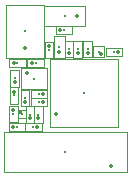
<source format=gbr>
%TF.GenerationSoftware,KiCad,Pcbnew,(7.0.0)*%
%TF.CreationDate,2023-03-09T15:34:52-05:00*%
%TF.ProjectId,headstage-neuropix2e,68656164-7374-4616-9765-2d6e6575726f,A*%
%TF.SameCoordinates,Original*%
%TF.FileFunction,Component,L4,Bot*%
%TF.FilePolarity,Positive*%
%FSLAX46Y46*%
G04 Gerber Fmt 4.6, Leading zero omitted, Abs format (unit mm)*
G04 Created by KiCad (PCBNEW (7.0.0)) date 2023-03-09 15:34:52*
%MOMM*%
%LPD*%
G01*
G04 APERTURE LIST*
%TA.AperFunction,ComponentMain*%
%ADD10C,0.300000*%
%TD*%
%TA.AperFunction,ComponentOutline,Courtyard*%
%ADD11C,0.100000*%
%TD*%
%TA.AperFunction,ComponentPin*%
%ADD12P,0.360000X4X0.000000*%
%TD*%
%TA.AperFunction,ComponentPin*%
%ADD13C,0.000000*%
%TD*%
G04 APERTURE END LIST*
D10*
%TO.C,"U5"*%
%TO.CFtp,"ECS_2016MV"*%
%TO.CVal,"KC2016Z48.0000C15XXK"*%
%TO.CLbN,"jonnew"*%
%TO.CMnt,SMD*%
%TO.CRot,180*%
X139825000Y-88200000D03*
D11*
X140924999Y-89099999D02*
X138725001Y-89099999D01*
X138725001Y-87300001D01*
X140924999Y-87300001D01*
X140924999Y-89099999D01*
D12*
%TO.P,"U5","1","EN"*%
X139187500Y-87712500D03*
D13*
%TO.P,"U5","2","GND"*%
X140462500Y-87712500D03*
%TO.P,"U5","3","OUT"*%
X140462500Y-88687500D03*
%TO.P,"U5","4","VCC"*%
X139187500Y-88687500D03*
%TD*%
D10*
%TO.C,"J3"*%
%TO.CFtp,"KYOCERA_046844727002846+"*%
%TO.CVal,"2013496-9"*%
%TO.CLbN,"jonnew"*%
%TO.CMnt,SMD*%
%TO.CRot,0*%
X142425000Y-94390000D03*
D11*
X147624999Y-96115399D02*
X137225001Y-96115399D01*
X137225001Y-92690001D01*
X147624999Y-92690001D01*
X147624999Y-96115399D01*
D12*
%TO.P,"J3","1","Pin_1"*%
X146325000Y-95625000D03*
D13*
%TO.P,"J3","2","Pin_2"*%
X146025000Y-93155000D03*
%TO.P,"J3","3","Pin_3"*%
X145725000Y-95625000D03*
%TO.P,"J3","4","Pin_4"*%
X145425000Y-93155000D03*
%TO.P,"J3","5","Pin_5"*%
X145125000Y-95625000D03*
%TO.P,"J3","6","Pin_6"*%
X144825000Y-93155000D03*
%TO.P,"J3","7","Pin_7"*%
X144525000Y-95625000D03*
%TO.P,"J3","8","Pin_8"*%
X144225000Y-93155000D03*
%TO.P,"J3","9","Pin_9"*%
X143925000Y-95625000D03*
%TO.P,"J3","10","Pin_10"*%
X143625000Y-93155000D03*
%TO.P,"J3","11","Pin_11"*%
X143325000Y-95625000D03*
%TO.P,"J3","12","Pin_12"*%
X143025000Y-93155000D03*
%TO.P,"J3","13","Pin_13"*%
X142725000Y-95625000D03*
%TO.P,"J3","14","Pin_14"*%
X142425000Y-93155000D03*
%TO.P,"J3","15","Pin_15"*%
X142125000Y-95625000D03*
%TO.P,"J3","16","Pin_16"*%
X141825000Y-93155000D03*
%TO.P,"J3","17","Pin_17"*%
X141525000Y-95625000D03*
%TO.P,"J3","18","Pin_18"*%
X141225000Y-93155000D03*
%TO.P,"J3","19","Pin_19"*%
X140925000Y-95625000D03*
%TO.P,"J3","20","Pin_20"*%
X140625000Y-93155000D03*
%TO.P,"J3","21","Pin_21"*%
X140325000Y-95625000D03*
%TO.P,"J3","22","Pin_22"*%
X140025000Y-93155000D03*
%TO.P,"J3","23","Pin_23"*%
X139725000Y-95625000D03*
%TO.P,"J3","24","Pin_24"*%
X139425000Y-93155000D03*
%TO.P,"J3","25","Pin_25"*%
X139125000Y-95625000D03*
%TO.P,"J3","26","Pin_26"*%
X138825000Y-93155000D03*
%TO.P,"J3","27","Pin_27"*%
X138525000Y-95625000D03*
%TO.P,"J3","MP","MountPin"*%
X147060000Y-95580000D03*
X137790000Y-95580000D03*
%TD*%
D10*
%TO.C,"L2"*%
%TO.CFtp,"L_0805_2012Metric"*%
%TO.CVal,"ASMPH-0805-4R7M-T"*%
%TO.CLbN,"Inductor_SMD"*%
%TO.CMnt,SMD*%
%TO.CRot,0*%
X142387500Y-82900000D03*
D11*
X144137499Y-83749999D02*
X140637501Y-83749999D01*
X140637501Y-82050001D01*
X144137499Y-82050001D01*
X144137499Y-83749999D01*
D12*
%TO.P,"L2","1","1"*%
X143450000Y-82900000D03*
D13*
%TO.P,"L2","2","2"*%
X141325000Y-82900000D03*
%TD*%
D10*
%TO.C,"U6"*%
%TO.CFtp,"ONSEMI_567JZ_WLCSP4-0.84x0.86"*%
%TO.CVal,"CAT24C04C4ATR"*%
%TO.CLbN,"jonnew"*%
%TO.CMnt,SMD*%
%TO.CRot,-90*%
X145275000Y-85900000D03*
D11*
X145725399Y-86374999D02*
X144825001Y-86374999D01*
X144825001Y-85425001D01*
X145725399Y-85425001D01*
X145725399Y-86374999D01*
D12*
%TO.P,"U6","A1","VCC"*%
X145475000Y-86100000D03*
D13*
%TO.P,"U6","A2","VSS"*%
X145475000Y-85700000D03*
%TO.P,"U6","B1","SCL"*%
X145075000Y-86100000D03*
%TO.P,"U6","B2","SDA"*%
X145075000Y-85700000D03*
%TD*%
D10*
%TO.C,"C25"*%
%TO.CFtp,"C_0201_0603Metric"*%
%TO.CVal,"0.1uF"*%
%TO.CLbN,"Capacitor_SMD"*%
%TO.CMnt,SMD*%
%TO.CRot,0*%
X146575000Y-85950000D03*
D11*
X147274999Y-86299999D02*
X145875001Y-86299999D01*
X145875001Y-85600001D01*
X147274999Y-85600001D01*
X147274999Y-86299999D01*
D12*
%TO.P,"C25","1"*%
X146895000Y-85950000D03*
D13*
%TO.P,"C25","2"*%
X146255000Y-85950000D03*
%TD*%
D10*
%TO.C,"U2"*%
%TO.CFtp,"ONSEMI_567JZ_WLCSP4-0.64x0.64"*%
%TO.CVal,"NCP163AFCT180T2G"*%
%TO.CLbN,"jonnew"*%
%TO.CMnt,SMD*%
%TO.CRot,90*%
X138745000Y-91200000D03*
D11*
X139094999Y-91549999D02*
X138395001Y-91549999D01*
X138395001Y-90850001D01*
X139094999Y-90850001D01*
X139094999Y-91549999D01*
D12*
%TO.P,"U2","A1","VIN"*%
X138570000Y-91025000D03*
D13*
%TO.P,"U2","A2","VOUT"*%
X138570000Y-91375000D03*
%TO.P,"U2","B1","EN"*%
X138920000Y-91025000D03*
%TO.P,"U2","B2","GND"*%
X138920000Y-91375000D03*
%TD*%
D10*
%TO.C,"R5"*%
%TO.CFtp,"R_0201_0603Metric"*%
%TO.CVal,"10k"*%
%TO.CLbN,"Resistor_SMD"*%
%TO.CMnt,SMD*%
%TO.CRot,180*%
X138375000Y-86900000D03*
D11*
X139074999Y-87249999D02*
X137675001Y-87249999D01*
X137675001Y-86550001D01*
X139074999Y-86550001D01*
X139074999Y-87249999D01*
D12*
%TO.P,"R5","1"*%
X138055000Y-86900000D03*
D13*
%TO.P,"R5","2"*%
X138695000Y-86900000D03*
%TD*%
D10*
%TO.C,"C28"*%
%TO.CFtp,"C_0201_0603Metric"*%
%TO.CVal,"0.1uF"*%
%TO.CLbN,"Capacitor_SMD"*%
%TO.CMnt,SMD*%
%TO.CRot,0*%
X139745000Y-92300000D03*
D11*
X140444999Y-92649999D02*
X139045001Y-92649999D01*
X139045001Y-91950001D01*
X140444999Y-91950001D01*
X140444999Y-92649999D01*
D12*
%TO.P,"C28","1"*%
X140065000Y-92300000D03*
D13*
%TO.P,"C28","2"*%
X139425000Y-92300000D03*
%TD*%
D10*
%TO.C,"C12"*%
%TO.CFtp,"C_0402_1005Metric"*%
%TO.CVal,"10uF"*%
%TO.CLbN,"Capacitor_SMD"*%
%TO.CMnt,SMD*%
%TO.CRot,-90*%
X141925000Y-85500000D03*
D11*
X142384999Y-86409999D02*
X141465001Y-86409999D01*
X141465001Y-84590001D01*
X142384999Y-84590001D01*
X142384999Y-86409999D01*
D12*
%TO.P,"C12","1"*%
X141925000Y-85980000D03*
D13*
%TO.P,"C12","2"*%
X141925000Y-85020000D03*
%TD*%
D10*
%TO.C,"C11"*%
%TO.CFtp,"C_0201_0603Metric"*%
%TO.CVal,"0.1uF"*%
%TO.CLbN,"Capacitor_SMD"*%
%TO.CMnt,SMD*%
%TO.CRot,-90*%
X143475000Y-85720000D03*
D11*
X143824999Y-86419999D02*
X143125001Y-86419999D01*
X143125001Y-85020001D01*
X143824999Y-85020001D01*
X143824999Y-86419999D01*
D12*
%TO.P,"C11","1"*%
X143475000Y-86040000D03*
D13*
%TO.P,"C11","2"*%
X143475000Y-85400000D03*
%TD*%
D10*
%TO.C,"R11"*%
%TO.CFtp,"R_0201_0603Metric"*%
%TO.CVal,"1k"*%
%TO.CLbN,"Resistor_SMD"*%
%TO.CMnt,SMD*%
%TO.CRot,-90*%
X140165000Y-91250000D03*
D11*
X140514999Y-91949999D02*
X139815001Y-91949999D01*
X139815001Y-90550001D01*
X140514999Y-90550001D01*
X140514999Y-91949999D01*
D12*
%TO.P,"R11","1"*%
X140165000Y-91570000D03*
D13*
%TO.P,"R11","2"*%
X140165000Y-90930000D03*
%TD*%
D10*
%TO.C,"L3"*%
%TO.CFtp,"L_0201_0603Metric"*%
%TO.CVal,"BLF03RD501GZED"*%
%TO.CLbN,"Inductor_SMD"*%
%TO.CMnt,SMD*%
%TO.CRot,90*%
X141055000Y-85780000D03*
D11*
X141404999Y-86479999D02*
X140705001Y-86479999D01*
X140705001Y-85080001D01*
X141404999Y-85080001D01*
X141404999Y-86479999D01*
D12*
%TO.P,"L3","1","1"*%
X141055000Y-85460000D03*
D13*
%TO.P,"L3","2","2"*%
X141055000Y-86100000D03*
%TD*%
D10*
%TO.C,"C4"*%
%TO.CFtp,"C_0201_0603Metric"*%
%TO.CVal,"1uF"*%
%TO.CLbN,"Capacitor_SMD"*%
%TO.CMnt,SMD*%
%TO.CRot,-90*%
X139445000Y-91250000D03*
D11*
X139794999Y-91949999D02*
X139095001Y-91949999D01*
X139095001Y-90550001D01*
X139794999Y-90550001D01*
X139794999Y-91949999D01*
D12*
%TO.P,"C4","1"*%
X139445000Y-91570000D03*
D13*
%TO.P,"C4","2"*%
X139445000Y-90930000D03*
%TD*%
D10*
%TO.C,"R12"*%
%TO.CFtp,"R_0201_0603Metric"*%
%TO.CVal,"22"*%
%TO.CLbN,"Resistor_SMD"*%
%TO.CMnt,SMD*%
%TO.CRot,0*%
X140225000Y-89500000D03*
D11*
X140924999Y-89849999D02*
X139525001Y-89849999D01*
X139525001Y-89150001D01*
X140924999Y-89150001D01*
X140924999Y-89849999D01*
D12*
%TO.P,"R12","1"*%
X140545000Y-89500000D03*
D13*
%TO.P,"R12","2"*%
X139905000Y-89500000D03*
%TD*%
D10*
%TO.C,"C21"*%
%TO.CFtp,"C_0201_0603Metric"*%
%TO.CVal,"1uF"*%
%TO.CLbN,"Capacitor_SMD"*%
%TO.CMnt,SMD*%
%TO.CRot,180*%
X139935000Y-86860000D03*
D11*
X140634999Y-87209999D02*
X139235001Y-87209999D01*
X139235001Y-86510001D01*
X140634999Y-86510001D01*
X140634999Y-87209999D01*
D12*
%TO.P,"C21","1"*%
X139615000Y-86860000D03*
D13*
%TO.P,"C21","2"*%
X140255000Y-86860000D03*
%TD*%
D10*
%TO.C,"C27"*%
%TO.CFtp,"C_0201_0603Metric"*%
%TO.CVal,"0.1uF"*%
%TO.CLbN,"Capacitor_SMD"*%
%TO.CMnt,SMD*%
%TO.CRot,-90*%
X139055000Y-89840000D03*
D11*
X139404999Y-90539999D02*
X138705001Y-90539999D01*
X138705001Y-89140001D01*
X139404999Y-89140001D01*
X139404999Y-90539999D01*
D12*
%TO.P,"C27","1"*%
X139055000Y-90160000D03*
D13*
%TO.P,"C27","2"*%
X139055000Y-89520000D03*
%TD*%
D10*
%TO.C,"C24"*%
%TO.CFtp,"C_0201_0603Metric"*%
%TO.CVal,"27pF"*%
%TO.CLbN,"Capacitor_SMD"*%
%TO.CMnt,SMD*%
%TO.CRot,0*%
X140225000Y-90200000D03*
D11*
X140924999Y-90549999D02*
X139525001Y-90549999D01*
X139525001Y-89850001D01*
X140924999Y-89850001D01*
X140924999Y-90549999D01*
D12*
%TO.P,"C24","1"*%
X140545000Y-90200000D03*
D13*
%TO.P,"C24","2"*%
X139905000Y-90200000D03*
%TD*%
D10*
%TO.C,"R8"*%
%TO.CFtp,"R_0201_0603Metric"*%
%TO.CVal,"10k"*%
%TO.CLbN,"Resistor_SMD"*%
%TO.CMnt,SMD*%
%TO.CRot,180*%
X138335000Y-92300000D03*
D11*
X139034999Y-92649999D02*
X137635001Y-92649999D01*
X137635001Y-91950001D01*
X139034999Y-91950001D01*
X139034999Y-92649999D01*
D12*
%TO.P,"R8","1"*%
X138015000Y-92300000D03*
D13*
%TO.P,"R8","2"*%
X138655000Y-92300000D03*
%TD*%
D10*
%TO.C,"R2"*%
%TO.CFtp,"R_0201_0603Metric"*%
%TO.CVal,"2k"*%
%TO.CLbN,"Resistor_SMD"*%
%TO.CMnt,SMD*%
%TO.CRot,180*%
X142325000Y-84100000D03*
D11*
X143024999Y-84449999D02*
X141625001Y-84449999D01*
X141625001Y-83750001D01*
X143024999Y-83750001D01*
X143024999Y-84449999D01*
D12*
%TO.P,"R2","1"*%
X142005000Y-84100000D03*
D13*
%TO.P,"R2","2"*%
X142645000Y-84100000D03*
%TD*%
D10*
%TO.C,"C5"*%
%TO.CFtp,"C_0201_0603Metric"*%
%TO.CVal,"1uF"*%
%TO.CLbN,"Capacitor_SMD"*%
%TO.CMnt,SMD*%
%TO.CRot,90*%
X138045000Y-91200000D03*
D11*
X138394999Y-91899999D02*
X137695001Y-91899999D01*
X137695001Y-90500001D01*
X138394999Y-90500001D01*
X138394999Y-91899999D01*
D12*
%TO.P,"C5","1"*%
X138045000Y-90880000D03*
D13*
%TO.P,"C5","2"*%
X138045000Y-91520000D03*
%TD*%
D10*
%TO.C,"C26"*%
%TO.CFtp,"C_0201_0603Metric"*%
%TO.CVal,"0.1uF"*%
%TO.CLbN,"Capacitor_SMD"*%
%TO.CMnt,SMD*%
%TO.CRot,90*%
X138125000Y-89620000D03*
D11*
X138474999Y-90319999D02*
X137775001Y-90319999D01*
X137775001Y-88920001D01*
X138474999Y-88920001D01*
X138474999Y-90319999D01*
D12*
%TO.P,"C26","1"*%
X138125000Y-89300000D03*
D13*
%TO.P,"C26","2"*%
X138125000Y-89940000D03*
%TD*%
D10*
%TO.C,"C10"*%
%TO.CFtp,"C_0201_0603Metric"*%
%TO.CVal,"10nF"*%
%TO.CLbN,"Capacitor_SMD"*%
%TO.CMnt,SMD*%
%TO.CRot,-90*%
X142775000Y-85700000D03*
D11*
X143124999Y-86399999D02*
X142425001Y-86399999D01*
X142425001Y-85000001D01*
X143124999Y-85000001D01*
X143124999Y-86399999D01*
D12*
%TO.P,"C10","1"*%
X142775000Y-86020000D03*
D13*
%TO.P,"C10","2"*%
X142775000Y-85380000D03*
%TD*%
D10*
%TO.C,"U3"*%
%TO.CFtp,"TI_RTV0032A"*%
%TO.CVal,"DS90UB933TRTVTQ1"*%
%TO.CLbN,"jonnew"*%
%TO.CMnt,SMD*%
%TO.CRot,180*%
X144025000Y-89400000D03*
D11*
X146924999Y-92299999D02*
X141125001Y-92299999D01*
X141125001Y-86500001D01*
X146924999Y-86500001D01*
X146924999Y-92299999D01*
D12*
%TO.P,"U3","1","HSYNC"*%
X141625000Y-91149999D03*
D13*
%TO.P,"U3","2","VSYNC"*%
X141625000Y-90650000D03*
%TO.P,"U3","3","PCLK"*%
X141625000Y-90150001D03*
%TO.P,"U3","4","SCL"*%
X141625000Y-89650000D03*
%TO.P,"U3","5","SDA"*%
X141625000Y-89150000D03*
%TO.P,"U3","6","ID[X]"*%
X141625000Y-88650002D03*
%TO.P,"U3","7","RES"*%
X141625000Y-88150000D03*
%TO.P,"U3","8","MODE"*%
X141625000Y-87650001D03*
%TO.P,"U3","9","PDB"*%
X142275001Y-87000000D03*
%TO.P,"U3","10","VDDPLL"*%
X142775000Y-87000000D03*
%TO.P,"U3","11","VDDT"*%
X143274999Y-87000000D03*
%TO.P,"U3","12","DOUTN"*%
X143775000Y-87000000D03*
%TO.P,"U3","13","DOUTP"*%
X144275000Y-87000000D03*
%TO.P,"U3","14","VDDCML"*%
X144774998Y-87000000D03*
%TO.P,"U3","15","GPIO0"*%
X145275000Y-87000000D03*
%TO.P,"U3","16","GPIO1"*%
X145774999Y-87000000D03*
%TO.P,"U3","17","GPIO2/CLK0"*%
X146425000Y-87650001D03*
%TO.P,"U3","18","GPIO3/CLKIN"*%
X146425000Y-88150000D03*
%TO.P,"U3","19","DIN_0"*%
X146425000Y-88650002D03*
%TO.P,"U3","20","DIN_1"*%
X146425000Y-89150000D03*
%TO.P,"U3","21","DIN_2"*%
X146425000Y-89650000D03*
%TO.P,"U3","22","DIN_3"*%
X146425000Y-90150001D03*
%TO.P,"U3","23","DIN_4"*%
X146425000Y-90650000D03*
%TO.P,"U3","24","DIN_5"*%
X146425000Y-91149999D03*
%TO.P,"U3","25","VDDIO"*%
X145774999Y-91800000D03*
%TO.P,"U3","26","DIN_6"*%
X145275000Y-91800000D03*
%TO.P,"U3","27","DIN_7"*%
X144774998Y-91800000D03*
%TO.P,"U3","28","VDDD"*%
X144275000Y-91800000D03*
%TO.P,"U3","29","DIN_8"*%
X143775000Y-91800000D03*
%TO.P,"U3","30","DIN_9"*%
X143274999Y-91800000D03*
%TO.P,"U3","31","DIN_10"*%
X142775000Y-91800000D03*
%TO.P,"U3","32","DIN_11"*%
X142275001Y-91800000D03*
%TO.P,"U3","33","GND(DAP)"*%
X144025000Y-89400000D03*
%TD*%
D10*
%TO.C,"L1"*%
%TO.CFtp,"L_1210_3225Metric"*%
%TO.CVal,"CBC3225T101MR"*%
%TO.CLbN,"Inductor_SMD"*%
%TO.CMnt,SMD*%
%TO.CRot,-90*%
X139025000Y-84200000D03*
D11*
X140604999Y-86479999D02*
X137445001Y-86479999D01*
X137445001Y-81920001D01*
X140604999Y-81920001D01*
X140604999Y-86479999D01*
D12*
%TO.P,"L1","1","1"*%
X139025000Y-85600000D03*
D13*
%TO.P,"L1","2","2"*%
X139025000Y-82800000D03*
%TD*%
D10*
%TO.C,"C23"*%
%TO.CFtp,"C_0201_0603Metric"*%
%TO.CVal,"10nF"*%
%TO.CLbN,"Capacitor_SMD"*%
%TO.CMnt,SMD*%
%TO.CRot,-90*%
X138145000Y-88170000D03*
D11*
X138494999Y-88869999D02*
X137795001Y-88869999D01*
X137795001Y-87470001D01*
X138494999Y-87470001D01*
X138494999Y-88869999D01*
D12*
%TO.P,"C23","1"*%
X138145000Y-88490000D03*
D13*
%TO.P,"C23","2"*%
X138145000Y-87850000D03*
%TD*%
D10*
%TO.C,"C20"*%
%TO.CFtp,"C_0201_0603Metric"*%
%TO.CVal,"47nF"*%
%TO.CLbN,"Capacitor_SMD"*%
%TO.CMnt,SMD*%
%TO.CRot,-90*%
X144325000Y-85700000D03*
D11*
X144674999Y-86399999D02*
X143975001Y-86399999D01*
X143975001Y-85000001D01*
X144674999Y-85000001D01*
X144674999Y-86399999D01*
D12*
%TO.P,"C20","1"*%
X144325000Y-86020000D03*
D13*
%TO.P,"C20","2"*%
X144325000Y-85380000D03*
%TD*%
M02*

</source>
